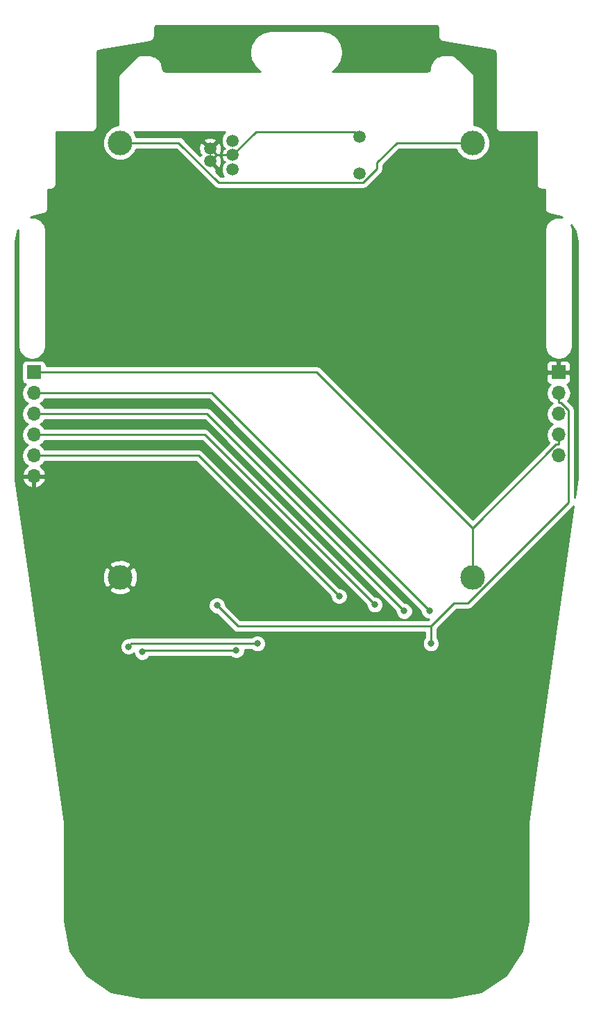
<source format=gbl>
G04 #@! TF.FileFunction,Copper,L2,Bot,Signal*
%FSLAX46Y46*%
G04 Gerber Fmt 4.6, Leading zero omitted, Abs format (unit mm)*
G04 Created by KiCad (PCBNEW 4.0.7-e0-6372~58~ubuntu16.04.1) date Fri Aug  4 00:12:12 2017*
%MOMM*%
%LPD*%
G01*
G04 APERTURE LIST*
%ADD10C,0.100000*%
%ADD11C,1.500000*%
%ADD12O,1.700000X1.700000*%
%ADD13R,1.700000X1.700000*%
%ADD14C,3.000000*%
%ADD15C,0.800000*%
%ADD16C,0.250000*%
%ADD17C,0.254000*%
G04 APERTURE END LIST*
D10*
D11*
X125500000Y-50750000D03*
X125500000Y-52250000D03*
X143750000Y-53750000D03*
X143750000Y-49250000D03*
X128250000Y-49750000D03*
X128250000Y-51500000D03*
X128250000Y-53250000D03*
D12*
X104000000Y-90700000D03*
X104000000Y-88160000D03*
X104000000Y-85620000D03*
X104000000Y-83080000D03*
X104000000Y-80540000D03*
D13*
X104000000Y-78000000D03*
D12*
X168000000Y-88160000D03*
X168000000Y-85620000D03*
X168000000Y-83080000D03*
X168000000Y-80540000D03*
D13*
X168000000Y-78000000D03*
D14*
X157500000Y-50000000D03*
X157500000Y-103000000D03*
X114500000Y-50000000D03*
X114500000Y-103000000D03*
D15*
X140000000Y-151500000D03*
X127500000Y-104500000D03*
X122000000Y-38000000D03*
X150000000Y-38000000D03*
X149168500Y-107136900D03*
X152426900Y-111098700D03*
X126324100Y-106452800D03*
X141222300Y-105314300D03*
X145571700Y-106351100D03*
X152238800Y-107115800D03*
X131237700Y-111098100D03*
X115531500Y-111464800D03*
X128674100Y-111921500D03*
X117205400Y-112133300D03*
D16*
X148254400Y-50000000D02*
X157500000Y-50000000D01*
X145842100Y-52412300D02*
X148254400Y-50000000D01*
X145842100Y-53177600D02*
X145842100Y-52412300D01*
X144177400Y-54842300D02*
X145842100Y-53177600D01*
X126492400Y-54842300D02*
X144177400Y-54842300D01*
X121650100Y-50000000D02*
X126492400Y-54842300D01*
X114500000Y-50000000D02*
X121650100Y-50000000D01*
X168000000Y-85620000D02*
X168000000Y-86791300D01*
X167707200Y-86791300D02*
X157500000Y-96998500D01*
X168000000Y-86791300D02*
X167707200Y-86791300D01*
X157500000Y-96998500D02*
X157500000Y-103000000D01*
X138501500Y-78000000D02*
X157500000Y-96998500D01*
X104000000Y-78000000D02*
X138501500Y-78000000D01*
X104000000Y-92500000D02*
X104000000Y-90700000D01*
X114500000Y-103000000D02*
X104000000Y-92500000D01*
X131084900Y-48665100D02*
X128250000Y-51500000D01*
X143165100Y-48665100D02*
X131084900Y-48665100D01*
X143750000Y-49250000D02*
X143165100Y-48665100D01*
X126250000Y-51500000D02*
X125500000Y-52250000D01*
X128250000Y-51500000D02*
X126250000Y-51500000D01*
X126250000Y-51500000D02*
X125500000Y-50750000D01*
X125111600Y-83080000D02*
X149168500Y-107136900D01*
X104000000Y-83080000D02*
X125111600Y-83080000D01*
X168000000Y-80540000D02*
X168000000Y-81711300D01*
X152426900Y-108991900D02*
X152426900Y-111098700D01*
X155270500Y-106148300D02*
X152426900Y-108991900D01*
X156954000Y-106148300D02*
X155270500Y-106148300D01*
X169189300Y-93913000D02*
X156954000Y-106148300D01*
X169189300Y-82607800D02*
X169189300Y-93913000D01*
X168292800Y-81711300D02*
X169189300Y-82607800D01*
X168000000Y-81711300D02*
X168292800Y-81711300D01*
X128863200Y-108991900D02*
X126324100Y-106452800D01*
X152426900Y-108991900D02*
X128863200Y-108991900D01*
X124068000Y-88160000D02*
X141222300Y-105314300D01*
X104000000Y-88160000D02*
X124068000Y-88160000D01*
X124840600Y-85620000D02*
X145571700Y-106351100D01*
X104000000Y-85620000D02*
X124840600Y-85620000D01*
X125663000Y-80540000D02*
X152238800Y-107115800D01*
X104000000Y-80540000D02*
X125663000Y-80540000D01*
X115898200Y-111098100D02*
X115531500Y-111464800D01*
X131237700Y-111098100D02*
X115898200Y-111098100D01*
X117417200Y-111921500D02*
X128674100Y-111921500D01*
X117205400Y-112133300D02*
X117417200Y-111921500D01*
D17*
G36*
X153105655Y-35744926D02*
X153195225Y-35804774D01*
X153255074Y-35894345D01*
X153290000Y-36069930D01*
X153290000Y-37000000D01*
X153305780Y-37079329D01*
X153308303Y-37160170D01*
X153332547Y-37213895D01*
X153344046Y-37271705D01*
X153388980Y-37338955D01*
X153422249Y-37412679D01*
X153465207Y-37453036D01*
X153497954Y-37502046D01*
X153565208Y-37546983D01*
X153624154Y-37602361D01*
X153679286Y-37623207D01*
X153728295Y-37655954D01*
X153807621Y-37671733D01*
X153883277Y-37700340D01*
X159872352Y-38698519D01*
X160105655Y-38744926D01*
X160195225Y-38804774D01*
X160255074Y-38894345D01*
X160290000Y-39069930D01*
X160290000Y-48000000D01*
X160344046Y-48271705D01*
X160497954Y-48502046D01*
X160728295Y-48655954D01*
X161000000Y-48710000D01*
X165290000Y-48710000D01*
X165290000Y-55000000D01*
X165344046Y-55271705D01*
X165497954Y-55502046D01*
X165728295Y-55655954D01*
X166000000Y-55710000D01*
X166290000Y-55710000D01*
X166290000Y-58000000D01*
X166303643Y-58068586D01*
X166303643Y-58138514D01*
X166330404Y-58203120D01*
X166344046Y-58271705D01*
X166382894Y-58329846D01*
X166409656Y-58394455D01*
X166459104Y-58443903D01*
X166497954Y-58502046D01*
X166556098Y-58540897D01*
X166605545Y-58590343D01*
X166670152Y-58617104D01*
X166728295Y-58655954D01*
X166796877Y-58669596D01*
X166861486Y-58696358D01*
X168253707Y-58973288D01*
X168473768Y-59120328D01*
X168138513Y-59053642D01*
X167861486Y-59053642D01*
X167478804Y-59129762D01*
X167406632Y-59159657D01*
X167222862Y-59235777D01*
X166898438Y-59452549D01*
X166784960Y-59566028D01*
X166702549Y-59648439D01*
X166485776Y-59972862D01*
X166443548Y-60074811D01*
X166379762Y-60228804D01*
X166303642Y-60611487D01*
X166303642Y-60681416D01*
X166290000Y-60750000D01*
X166290000Y-74750000D01*
X166303642Y-74818584D01*
X166303642Y-74888513D01*
X166379762Y-75271196D01*
X166399395Y-75318593D01*
X166485776Y-75527138D01*
X166702549Y-75851561D01*
X166702550Y-75851562D01*
X166898438Y-76047451D01*
X167222862Y-76264223D01*
X167328877Y-76308136D01*
X167478804Y-76370238D01*
X167861486Y-76446358D01*
X168138513Y-76446358D01*
X168521196Y-76370238D01*
X168596160Y-76339187D01*
X168777138Y-76264224D01*
X169101561Y-76047451D01*
X169101562Y-76047450D01*
X169297451Y-75851562D01*
X169514223Y-75527138D01*
X169564419Y-75405954D01*
X169620238Y-75271196D01*
X169696358Y-74888514D01*
X169696358Y-74818584D01*
X169710000Y-74750000D01*
X169710000Y-60750000D01*
X169696358Y-60681416D01*
X169696358Y-60611486D01*
X169620238Y-60228804D01*
X169521238Y-59989798D01*
X170026712Y-60746295D01*
X170290000Y-62069931D01*
X170290000Y-90949543D01*
X169949300Y-93334443D01*
X169949300Y-82607800D01*
X169891448Y-82316961D01*
X169891448Y-82316960D01*
X169726701Y-82070399D01*
X169146121Y-81489819D01*
X169401054Y-81108285D01*
X169514093Y-80540000D01*
X169401054Y-79971715D01*
X169079147Y-79489946D01*
X169035223Y-79460597D01*
X169209698Y-79388327D01*
X169388327Y-79209699D01*
X169485000Y-78976310D01*
X169485000Y-78285750D01*
X169326250Y-78127000D01*
X168127000Y-78127000D01*
X168127000Y-78147000D01*
X167873000Y-78147000D01*
X167873000Y-78127000D01*
X166673750Y-78127000D01*
X166515000Y-78285750D01*
X166515000Y-78976310D01*
X166611673Y-79209699D01*
X166790302Y-79388327D01*
X166964777Y-79460597D01*
X166920853Y-79489946D01*
X166598946Y-79971715D01*
X166485907Y-80540000D01*
X166598946Y-81108285D01*
X166920853Y-81590054D01*
X167250026Y-81810000D01*
X166920853Y-82029946D01*
X166598946Y-82511715D01*
X166485907Y-83080000D01*
X166598946Y-83648285D01*
X166920853Y-84130054D01*
X167250026Y-84350000D01*
X166920853Y-84569946D01*
X166598946Y-85051715D01*
X166485907Y-85620000D01*
X166598946Y-86188285D01*
X166853879Y-86569819D01*
X157500000Y-95923698D01*
X139038901Y-77462599D01*
X138792339Y-77297852D01*
X138501500Y-77240000D01*
X105497440Y-77240000D01*
X105497440Y-77150000D01*
X105472316Y-77023690D01*
X166515000Y-77023690D01*
X166515000Y-77714250D01*
X166673750Y-77873000D01*
X167873000Y-77873000D01*
X167873000Y-76673750D01*
X168127000Y-76673750D01*
X168127000Y-77873000D01*
X169326250Y-77873000D01*
X169485000Y-77714250D01*
X169485000Y-77023690D01*
X169388327Y-76790301D01*
X169209698Y-76611673D01*
X168976309Y-76515000D01*
X168285750Y-76515000D01*
X168127000Y-76673750D01*
X167873000Y-76673750D01*
X167714250Y-76515000D01*
X167023691Y-76515000D01*
X166790302Y-76611673D01*
X166611673Y-76790301D01*
X166515000Y-77023690D01*
X105472316Y-77023690D01*
X105448157Y-76902235D01*
X105307809Y-76692191D01*
X105097765Y-76551843D01*
X104850000Y-76502560D01*
X103150000Y-76502560D01*
X102902235Y-76551843D01*
X102692191Y-76692191D01*
X102551843Y-76902235D01*
X102502560Y-77150000D01*
X102502560Y-78850000D01*
X102551843Y-79097765D01*
X102692191Y-79307809D01*
X102902235Y-79448157D01*
X102964777Y-79460597D01*
X102920853Y-79489946D01*
X102598946Y-79971715D01*
X102485907Y-80540000D01*
X102598946Y-81108285D01*
X102920853Y-81590054D01*
X103250026Y-81810000D01*
X102920853Y-82029946D01*
X102598946Y-82511715D01*
X102485907Y-83080000D01*
X102598946Y-83648285D01*
X102920853Y-84130054D01*
X103250026Y-84350000D01*
X102920853Y-84569946D01*
X102598946Y-85051715D01*
X102485907Y-85620000D01*
X102598946Y-86188285D01*
X102920853Y-86670054D01*
X103250026Y-86890000D01*
X102920853Y-87109946D01*
X102598946Y-87591715D01*
X102485907Y-88160000D01*
X102598946Y-88728285D01*
X102920853Y-89210054D01*
X103261553Y-89437702D01*
X103118642Y-89504817D01*
X102728355Y-89933076D01*
X102558524Y-90343110D01*
X102679845Y-90573000D01*
X103873000Y-90573000D01*
X103873000Y-90553000D01*
X104127000Y-90553000D01*
X104127000Y-90573000D01*
X105320155Y-90573000D01*
X105441476Y-90343110D01*
X105271645Y-89933076D01*
X104881358Y-89504817D01*
X104738447Y-89437702D01*
X105079147Y-89210054D01*
X105272954Y-88920000D01*
X123753198Y-88920000D01*
X140187265Y-105354067D01*
X140187121Y-105519271D01*
X140344358Y-105899815D01*
X140635254Y-106191219D01*
X141015523Y-106349120D01*
X141427271Y-106349479D01*
X141807815Y-106192242D01*
X142099219Y-105901346D01*
X142257120Y-105521077D01*
X142257479Y-105109329D01*
X142100242Y-104728785D01*
X141809346Y-104437381D01*
X141429077Y-104279480D01*
X141262136Y-104279334D01*
X124605401Y-87622599D01*
X124358839Y-87457852D01*
X124068000Y-87400000D01*
X105272954Y-87400000D01*
X105079147Y-87109946D01*
X104749974Y-86890000D01*
X105079147Y-86670054D01*
X105272954Y-86380000D01*
X124525798Y-86380000D01*
X144536665Y-106390867D01*
X144536521Y-106556071D01*
X144693758Y-106936615D01*
X144984654Y-107228019D01*
X145364923Y-107385920D01*
X145776671Y-107386279D01*
X146157215Y-107229042D01*
X146448619Y-106938146D01*
X146606520Y-106557877D01*
X146606879Y-106146129D01*
X146449642Y-105765585D01*
X146158746Y-105474181D01*
X145778477Y-105316280D01*
X145611536Y-105316134D01*
X125378001Y-85082599D01*
X125131439Y-84917852D01*
X124840600Y-84860000D01*
X105272954Y-84860000D01*
X105079147Y-84569946D01*
X104749974Y-84350000D01*
X105079147Y-84130054D01*
X105272954Y-83840000D01*
X124796798Y-83840000D01*
X148133465Y-107176667D01*
X148133321Y-107341871D01*
X148290558Y-107722415D01*
X148581454Y-108013819D01*
X148961723Y-108171720D01*
X149373471Y-108172079D01*
X149754015Y-108014842D01*
X150045419Y-107723946D01*
X150203320Y-107343677D01*
X150203679Y-106931929D01*
X150046442Y-106551385D01*
X149755546Y-106259981D01*
X149375277Y-106102080D01*
X149208336Y-106101934D01*
X125649001Y-82542599D01*
X125402439Y-82377852D01*
X125111600Y-82320000D01*
X105272954Y-82320000D01*
X105079147Y-82029946D01*
X104749974Y-81810000D01*
X105079147Y-81590054D01*
X105272954Y-81300000D01*
X125348198Y-81300000D01*
X151203765Y-107155567D01*
X151203621Y-107320771D01*
X151360858Y-107701315D01*
X151651754Y-107992719D01*
X152032023Y-108150620D01*
X152193237Y-108150761D01*
X152112098Y-108231900D01*
X129178002Y-108231900D01*
X127359135Y-106413033D01*
X127359279Y-106247829D01*
X127202042Y-105867285D01*
X126911146Y-105575881D01*
X126530877Y-105417980D01*
X126119129Y-105417621D01*
X125738585Y-105574858D01*
X125447181Y-105865754D01*
X125289280Y-106246023D01*
X125288921Y-106657771D01*
X125446158Y-107038315D01*
X125737054Y-107329719D01*
X126117323Y-107487620D01*
X126284264Y-107487766D01*
X128325799Y-109529301D01*
X128572361Y-109694048D01*
X128863200Y-109751900D01*
X151666900Y-109751900D01*
X151666900Y-110394939D01*
X151549981Y-110511654D01*
X151392080Y-110891923D01*
X151391721Y-111303671D01*
X151548958Y-111684215D01*
X151839854Y-111975619D01*
X152220123Y-112133520D01*
X152631871Y-112133879D01*
X153012415Y-111976642D01*
X153303819Y-111685746D01*
X153461720Y-111305477D01*
X153462079Y-110893729D01*
X153304842Y-110513185D01*
X153186900Y-110395037D01*
X153186900Y-109306702D01*
X155585302Y-106908300D01*
X156954000Y-106908300D01*
X157244839Y-106850448D01*
X157491401Y-106685701D01*
X169726701Y-94450401D01*
X169807058Y-94330139D01*
X164297136Y-132899591D01*
X164299897Y-132950245D01*
X164290000Y-133000000D01*
X164290000Y-144930069D01*
X163569989Y-148549807D01*
X161559187Y-151559186D01*
X158549805Y-153569990D01*
X154930069Y-154290000D01*
X117069931Y-154290000D01*
X113450193Y-153569989D01*
X110440814Y-151559187D01*
X108430010Y-148549805D01*
X107710000Y-144930069D01*
X107710000Y-133000000D01*
X107700103Y-132950245D01*
X107702864Y-132899591D01*
X104670034Y-111669771D01*
X114496321Y-111669771D01*
X114653558Y-112050315D01*
X114944454Y-112341719D01*
X115324723Y-112499620D01*
X115736471Y-112499979D01*
X116117015Y-112342742D01*
X116170263Y-112289586D01*
X116170221Y-112338271D01*
X116327458Y-112718815D01*
X116618354Y-113010219D01*
X116998623Y-113168120D01*
X117410371Y-113168479D01*
X117790915Y-113011242D01*
X118082319Y-112720346D01*
X118098449Y-112681500D01*
X127970339Y-112681500D01*
X128087054Y-112798419D01*
X128467323Y-112956320D01*
X128879071Y-112956679D01*
X129259615Y-112799442D01*
X129551019Y-112508546D01*
X129708920Y-112128277D01*
X129709156Y-111858100D01*
X130533939Y-111858100D01*
X130650654Y-111975019D01*
X131030923Y-112132920D01*
X131442671Y-112133279D01*
X131823215Y-111976042D01*
X132114619Y-111685146D01*
X132272520Y-111304877D01*
X132272879Y-110893129D01*
X132115642Y-110512585D01*
X131824746Y-110221181D01*
X131444477Y-110063280D01*
X131032729Y-110062921D01*
X130652185Y-110220158D01*
X130534037Y-110338100D01*
X115898200Y-110338100D01*
X115607361Y-110395952D01*
X115556671Y-110429822D01*
X115326529Y-110429621D01*
X114945985Y-110586858D01*
X114654581Y-110877754D01*
X114496680Y-111258023D01*
X114496321Y-111669771D01*
X104670034Y-111669771D01*
X103647776Y-104513970D01*
X113165635Y-104513970D01*
X113325418Y-104832739D01*
X114116187Y-105142723D01*
X114965387Y-105126497D01*
X115674582Y-104832739D01*
X115834365Y-104513970D01*
X114500000Y-103179605D01*
X113165635Y-104513970D01*
X103647776Y-104513970D01*
X103376664Y-102616187D01*
X112357277Y-102616187D01*
X112373503Y-103465387D01*
X112667261Y-104174582D01*
X112986030Y-104334365D01*
X114320395Y-103000000D01*
X114679605Y-103000000D01*
X116013970Y-104334365D01*
X116332739Y-104174582D01*
X116642723Y-103383813D01*
X116626497Y-102534613D01*
X116332739Y-101825418D01*
X116013970Y-101665635D01*
X114679605Y-103000000D01*
X114320395Y-103000000D01*
X112986030Y-101665635D01*
X112667261Y-101825418D01*
X112357277Y-102616187D01*
X103376664Y-102616187D01*
X103215214Y-101486030D01*
X113165635Y-101486030D01*
X114500000Y-102820395D01*
X115834365Y-101486030D01*
X115674582Y-101167261D01*
X114883813Y-100857277D01*
X114034613Y-100873503D01*
X113325418Y-101167261D01*
X113165635Y-101486030D01*
X103215214Y-101486030D01*
X101725336Y-91056890D01*
X102558524Y-91056890D01*
X102728355Y-91466924D01*
X103118642Y-91895183D01*
X103643108Y-92141486D01*
X103873000Y-92020819D01*
X103873000Y-90827000D01*
X104127000Y-90827000D01*
X104127000Y-92020819D01*
X104356892Y-92141486D01*
X104881358Y-91895183D01*
X105271645Y-91466924D01*
X105441476Y-91056890D01*
X105320155Y-90827000D01*
X104127000Y-90827000D01*
X103873000Y-90827000D01*
X102679845Y-90827000D01*
X102558524Y-91056890D01*
X101725336Y-91056890D01*
X101710000Y-90949543D01*
X101710000Y-62069931D01*
X101973288Y-60746293D01*
X102053642Y-60626035D01*
X102053642Y-60681416D01*
X102040000Y-60750000D01*
X102040000Y-74750000D01*
X102053642Y-74818584D01*
X102053642Y-74888513D01*
X102129762Y-75271196D01*
X102149395Y-75318593D01*
X102235776Y-75527138D01*
X102452549Y-75851561D01*
X102452550Y-75851562D01*
X102648438Y-76047451D01*
X102972862Y-76264223D01*
X103078877Y-76308136D01*
X103228804Y-76370238D01*
X103611486Y-76446358D01*
X103888513Y-76446358D01*
X104271196Y-76370238D01*
X104346160Y-76339187D01*
X104527138Y-76264224D01*
X104851561Y-76047451D01*
X104851562Y-76047450D01*
X105047451Y-75851562D01*
X105264223Y-75527138D01*
X105314419Y-75405954D01*
X105370238Y-75271196D01*
X105446358Y-74888514D01*
X105446358Y-74818584D01*
X105460000Y-74750000D01*
X105460000Y-60750000D01*
X105446358Y-60681416D01*
X105446358Y-60611486D01*
X105370238Y-60228804D01*
X105264223Y-59972863D01*
X105264223Y-59972862D01*
X105047451Y-59648438D01*
X104851562Y-59452550D01*
X104851561Y-59452549D01*
X104527138Y-59235776D01*
X104343368Y-59159657D01*
X104271196Y-59129762D01*
X103888513Y-59053642D01*
X103626036Y-59053642D01*
X103746295Y-58973288D01*
X105138514Y-58696358D01*
X105203123Y-58669596D01*
X105271705Y-58655954D01*
X105329848Y-58617104D01*
X105394455Y-58590343D01*
X105443902Y-58540897D01*
X105502046Y-58502046D01*
X105540896Y-58443903D01*
X105590344Y-58394455D01*
X105617106Y-58329846D01*
X105655954Y-58271705D01*
X105669596Y-58203120D01*
X105696357Y-58138514D01*
X105696357Y-58068586D01*
X105710000Y-58000000D01*
X105710000Y-55710000D01*
X106000000Y-55710000D01*
X106271705Y-55655954D01*
X106502046Y-55502046D01*
X106655954Y-55271705D01*
X106710000Y-55000000D01*
X106710000Y-50422815D01*
X112364630Y-50422815D01*
X112688980Y-51207800D01*
X113289041Y-51808909D01*
X114073459Y-52134628D01*
X114922815Y-52135370D01*
X115707800Y-51811020D01*
X116308909Y-51210959D01*
X116496164Y-50760000D01*
X121335298Y-50760000D01*
X125954999Y-55379701D01*
X126201560Y-55544448D01*
X126492400Y-55602300D01*
X144177400Y-55602300D01*
X144468239Y-55544448D01*
X144714801Y-55379701D01*
X146379501Y-53715001D01*
X146544248Y-53468440D01*
X146602100Y-53177600D01*
X146602100Y-52727102D01*
X148569202Y-50760000D01*
X155503952Y-50760000D01*
X155688980Y-51207800D01*
X156289041Y-51808909D01*
X157073459Y-52134628D01*
X157922815Y-52135370D01*
X158707800Y-51811020D01*
X159308909Y-51210959D01*
X159634628Y-50426541D01*
X159635370Y-49577185D01*
X159311020Y-48792200D01*
X158710959Y-48191091D01*
X157926541Y-47865372D01*
X157710000Y-47865183D01*
X157710000Y-42000000D01*
X157655954Y-41728295D01*
X157502046Y-41497954D01*
X155502046Y-39497954D01*
X155271705Y-39344046D01*
X155000000Y-39290000D01*
X154000000Y-39290000D01*
X153931416Y-39303642D01*
X153861486Y-39303642D01*
X153478804Y-39379762D01*
X153406632Y-39409657D01*
X153222862Y-39485777D01*
X152898438Y-39702549D01*
X152777118Y-39823870D01*
X152702549Y-39898439D01*
X152485776Y-40222862D01*
X152430749Y-40355711D01*
X152379762Y-40478804D01*
X152303642Y-40861486D01*
X152303642Y-40861487D01*
X152255074Y-41105655D01*
X152195225Y-41195226D01*
X152105655Y-41255074D01*
X151930070Y-41290000D01*
X140381473Y-41290000D01*
X140808668Y-41004558D01*
X141004558Y-40808668D01*
X141438103Y-40159822D01*
X141504303Y-40000000D01*
X141544117Y-39903881D01*
X141696357Y-39138515D01*
X141696357Y-38861485D01*
X141544117Y-38096119D01*
X141491110Y-37968149D01*
X141438103Y-37840178D01*
X141004558Y-37191332D01*
X140808668Y-36995442D01*
X140159821Y-36561897D01*
X140005448Y-36497954D01*
X139903881Y-36455883D01*
X139138514Y-36303642D01*
X139068584Y-36303642D01*
X139000000Y-36290000D01*
X133000000Y-36290000D01*
X132931413Y-36303643D01*
X132861485Y-36303643D01*
X132096119Y-36455883D01*
X131968149Y-36508890D01*
X131840178Y-36561897D01*
X131191332Y-36995442D01*
X130995442Y-37191332D01*
X130561897Y-37840179D01*
X130528437Y-37920959D01*
X130455883Y-38096119D01*
X130303642Y-38861486D01*
X130303643Y-39000000D01*
X130303642Y-39138514D01*
X130455883Y-39903881D01*
X130469853Y-39937606D01*
X130561897Y-40159821D01*
X130995442Y-40808668D01*
X131191332Y-41004558D01*
X131618526Y-41290000D01*
X120069930Y-41290000D01*
X119894345Y-41255074D01*
X119804774Y-41195225D01*
X119744926Y-41105655D01*
X119696358Y-40861487D01*
X119696358Y-40861486D01*
X119620238Y-40478804D01*
X119558136Y-40328877D01*
X119514223Y-40222862D01*
X119297451Y-39898438D01*
X119101562Y-39702550D01*
X119101561Y-39702549D01*
X118777138Y-39485776D01*
X118593368Y-39409657D01*
X118521196Y-39379762D01*
X118138513Y-39303642D01*
X118068584Y-39303642D01*
X118000000Y-39290000D01*
X117000000Y-39290000D01*
X116728295Y-39344046D01*
X116497954Y-39497954D01*
X114497954Y-41497954D01*
X114344046Y-41728295D01*
X114290000Y-42000000D01*
X114290000Y-47864816D01*
X114077185Y-47864630D01*
X113292200Y-48188980D01*
X112691091Y-48789041D01*
X112365372Y-49573459D01*
X112364630Y-50422815D01*
X106710000Y-50422815D01*
X106710000Y-48710000D01*
X111000000Y-48710000D01*
X111271705Y-48655954D01*
X111502046Y-48502046D01*
X111655954Y-48271705D01*
X111710000Y-48000000D01*
X111710000Y-39069930D01*
X111744926Y-38894345D01*
X111804774Y-38804775D01*
X111894345Y-38744926D01*
X112127648Y-38698519D01*
X118116724Y-37700340D01*
X118192381Y-37671733D01*
X118271705Y-37655954D01*
X118320713Y-37623208D01*
X118375847Y-37602361D01*
X118434795Y-37546982D01*
X118502046Y-37502046D01*
X118534793Y-37453037D01*
X118577751Y-37412679D01*
X118611020Y-37338953D01*
X118655954Y-37271705D01*
X118667453Y-37213898D01*
X118691698Y-37160170D01*
X118694221Y-37079324D01*
X118710000Y-37000000D01*
X118710000Y-36069930D01*
X118744926Y-35894345D01*
X118804774Y-35804775D01*
X118894345Y-35744926D01*
X119069930Y-35710000D01*
X152930070Y-35710000D01*
X153105655Y-35744926D01*
X153105655Y-35744926D01*
G37*
X153105655Y-35744926D02*
X153195225Y-35804774D01*
X153255074Y-35894345D01*
X153290000Y-36069930D01*
X153290000Y-37000000D01*
X153305780Y-37079329D01*
X153308303Y-37160170D01*
X153332547Y-37213895D01*
X153344046Y-37271705D01*
X153388980Y-37338955D01*
X153422249Y-37412679D01*
X153465207Y-37453036D01*
X153497954Y-37502046D01*
X153565208Y-37546983D01*
X153624154Y-37602361D01*
X153679286Y-37623207D01*
X153728295Y-37655954D01*
X153807621Y-37671733D01*
X153883277Y-37700340D01*
X159872352Y-38698519D01*
X160105655Y-38744926D01*
X160195225Y-38804774D01*
X160255074Y-38894345D01*
X160290000Y-39069930D01*
X160290000Y-48000000D01*
X160344046Y-48271705D01*
X160497954Y-48502046D01*
X160728295Y-48655954D01*
X161000000Y-48710000D01*
X165290000Y-48710000D01*
X165290000Y-55000000D01*
X165344046Y-55271705D01*
X165497954Y-55502046D01*
X165728295Y-55655954D01*
X166000000Y-55710000D01*
X166290000Y-55710000D01*
X166290000Y-58000000D01*
X166303643Y-58068586D01*
X166303643Y-58138514D01*
X166330404Y-58203120D01*
X166344046Y-58271705D01*
X166382894Y-58329846D01*
X166409656Y-58394455D01*
X166459104Y-58443903D01*
X166497954Y-58502046D01*
X166556098Y-58540897D01*
X166605545Y-58590343D01*
X166670152Y-58617104D01*
X166728295Y-58655954D01*
X166796877Y-58669596D01*
X166861486Y-58696358D01*
X168253707Y-58973288D01*
X168473768Y-59120328D01*
X168138513Y-59053642D01*
X167861486Y-59053642D01*
X167478804Y-59129762D01*
X167406632Y-59159657D01*
X167222862Y-59235777D01*
X166898438Y-59452549D01*
X166784960Y-59566028D01*
X166702549Y-59648439D01*
X166485776Y-59972862D01*
X166443548Y-60074811D01*
X166379762Y-60228804D01*
X166303642Y-60611487D01*
X166303642Y-60681416D01*
X166290000Y-60750000D01*
X166290000Y-74750000D01*
X166303642Y-74818584D01*
X166303642Y-74888513D01*
X166379762Y-75271196D01*
X166399395Y-75318593D01*
X166485776Y-75527138D01*
X166702549Y-75851561D01*
X166702550Y-75851562D01*
X166898438Y-76047451D01*
X167222862Y-76264223D01*
X167328877Y-76308136D01*
X167478804Y-76370238D01*
X167861486Y-76446358D01*
X168138513Y-76446358D01*
X168521196Y-76370238D01*
X168596160Y-76339187D01*
X168777138Y-76264224D01*
X169101561Y-76047451D01*
X169101562Y-76047450D01*
X169297451Y-75851562D01*
X169514223Y-75527138D01*
X169564419Y-75405954D01*
X169620238Y-75271196D01*
X169696358Y-74888514D01*
X169696358Y-74818584D01*
X169710000Y-74750000D01*
X169710000Y-60750000D01*
X169696358Y-60681416D01*
X169696358Y-60611486D01*
X169620238Y-60228804D01*
X169521238Y-59989798D01*
X170026712Y-60746295D01*
X170290000Y-62069931D01*
X170290000Y-90949543D01*
X169949300Y-93334443D01*
X169949300Y-82607800D01*
X169891448Y-82316961D01*
X169891448Y-82316960D01*
X169726701Y-82070399D01*
X169146121Y-81489819D01*
X169401054Y-81108285D01*
X169514093Y-80540000D01*
X169401054Y-79971715D01*
X169079147Y-79489946D01*
X169035223Y-79460597D01*
X169209698Y-79388327D01*
X169388327Y-79209699D01*
X169485000Y-78976310D01*
X169485000Y-78285750D01*
X169326250Y-78127000D01*
X168127000Y-78127000D01*
X168127000Y-78147000D01*
X167873000Y-78147000D01*
X167873000Y-78127000D01*
X166673750Y-78127000D01*
X166515000Y-78285750D01*
X166515000Y-78976310D01*
X166611673Y-79209699D01*
X166790302Y-79388327D01*
X166964777Y-79460597D01*
X166920853Y-79489946D01*
X166598946Y-79971715D01*
X166485907Y-80540000D01*
X166598946Y-81108285D01*
X166920853Y-81590054D01*
X167250026Y-81810000D01*
X166920853Y-82029946D01*
X166598946Y-82511715D01*
X166485907Y-83080000D01*
X166598946Y-83648285D01*
X166920853Y-84130054D01*
X167250026Y-84350000D01*
X166920853Y-84569946D01*
X166598946Y-85051715D01*
X166485907Y-85620000D01*
X166598946Y-86188285D01*
X166853879Y-86569819D01*
X157500000Y-95923698D01*
X139038901Y-77462599D01*
X138792339Y-77297852D01*
X138501500Y-77240000D01*
X105497440Y-77240000D01*
X105497440Y-77150000D01*
X105472316Y-77023690D01*
X166515000Y-77023690D01*
X166515000Y-77714250D01*
X166673750Y-77873000D01*
X167873000Y-77873000D01*
X167873000Y-76673750D01*
X168127000Y-76673750D01*
X168127000Y-77873000D01*
X169326250Y-77873000D01*
X169485000Y-77714250D01*
X169485000Y-77023690D01*
X169388327Y-76790301D01*
X169209698Y-76611673D01*
X168976309Y-76515000D01*
X168285750Y-76515000D01*
X168127000Y-76673750D01*
X167873000Y-76673750D01*
X167714250Y-76515000D01*
X167023691Y-76515000D01*
X166790302Y-76611673D01*
X166611673Y-76790301D01*
X166515000Y-77023690D01*
X105472316Y-77023690D01*
X105448157Y-76902235D01*
X105307809Y-76692191D01*
X105097765Y-76551843D01*
X104850000Y-76502560D01*
X103150000Y-76502560D01*
X102902235Y-76551843D01*
X102692191Y-76692191D01*
X102551843Y-76902235D01*
X102502560Y-77150000D01*
X102502560Y-78850000D01*
X102551843Y-79097765D01*
X102692191Y-79307809D01*
X102902235Y-79448157D01*
X102964777Y-79460597D01*
X102920853Y-79489946D01*
X102598946Y-79971715D01*
X102485907Y-80540000D01*
X102598946Y-81108285D01*
X102920853Y-81590054D01*
X103250026Y-81810000D01*
X102920853Y-82029946D01*
X102598946Y-82511715D01*
X102485907Y-83080000D01*
X102598946Y-83648285D01*
X102920853Y-84130054D01*
X103250026Y-84350000D01*
X102920853Y-84569946D01*
X102598946Y-85051715D01*
X102485907Y-85620000D01*
X102598946Y-86188285D01*
X102920853Y-86670054D01*
X103250026Y-86890000D01*
X102920853Y-87109946D01*
X102598946Y-87591715D01*
X102485907Y-88160000D01*
X102598946Y-88728285D01*
X102920853Y-89210054D01*
X103261553Y-89437702D01*
X103118642Y-89504817D01*
X102728355Y-89933076D01*
X102558524Y-90343110D01*
X102679845Y-90573000D01*
X103873000Y-90573000D01*
X103873000Y-90553000D01*
X104127000Y-90553000D01*
X104127000Y-90573000D01*
X105320155Y-90573000D01*
X105441476Y-90343110D01*
X105271645Y-89933076D01*
X104881358Y-89504817D01*
X104738447Y-89437702D01*
X105079147Y-89210054D01*
X105272954Y-88920000D01*
X123753198Y-88920000D01*
X140187265Y-105354067D01*
X140187121Y-105519271D01*
X140344358Y-105899815D01*
X140635254Y-106191219D01*
X141015523Y-106349120D01*
X141427271Y-106349479D01*
X141807815Y-106192242D01*
X142099219Y-105901346D01*
X142257120Y-105521077D01*
X142257479Y-105109329D01*
X142100242Y-104728785D01*
X141809346Y-104437381D01*
X141429077Y-104279480D01*
X141262136Y-104279334D01*
X124605401Y-87622599D01*
X124358839Y-87457852D01*
X124068000Y-87400000D01*
X105272954Y-87400000D01*
X105079147Y-87109946D01*
X104749974Y-86890000D01*
X105079147Y-86670054D01*
X105272954Y-86380000D01*
X124525798Y-86380000D01*
X144536665Y-106390867D01*
X144536521Y-106556071D01*
X144693758Y-106936615D01*
X144984654Y-107228019D01*
X145364923Y-107385920D01*
X145776671Y-107386279D01*
X146157215Y-107229042D01*
X146448619Y-106938146D01*
X146606520Y-106557877D01*
X146606879Y-106146129D01*
X146449642Y-105765585D01*
X146158746Y-105474181D01*
X145778477Y-105316280D01*
X145611536Y-105316134D01*
X125378001Y-85082599D01*
X125131439Y-84917852D01*
X124840600Y-84860000D01*
X105272954Y-84860000D01*
X105079147Y-84569946D01*
X104749974Y-84350000D01*
X105079147Y-84130054D01*
X105272954Y-83840000D01*
X124796798Y-83840000D01*
X148133465Y-107176667D01*
X148133321Y-107341871D01*
X148290558Y-107722415D01*
X148581454Y-108013819D01*
X148961723Y-108171720D01*
X149373471Y-108172079D01*
X149754015Y-108014842D01*
X150045419Y-107723946D01*
X150203320Y-107343677D01*
X150203679Y-106931929D01*
X150046442Y-106551385D01*
X149755546Y-106259981D01*
X149375277Y-106102080D01*
X149208336Y-106101934D01*
X125649001Y-82542599D01*
X125402439Y-82377852D01*
X125111600Y-82320000D01*
X105272954Y-82320000D01*
X105079147Y-82029946D01*
X104749974Y-81810000D01*
X105079147Y-81590054D01*
X105272954Y-81300000D01*
X125348198Y-81300000D01*
X151203765Y-107155567D01*
X151203621Y-107320771D01*
X151360858Y-107701315D01*
X151651754Y-107992719D01*
X152032023Y-108150620D01*
X152193237Y-108150761D01*
X152112098Y-108231900D01*
X129178002Y-108231900D01*
X127359135Y-106413033D01*
X127359279Y-106247829D01*
X127202042Y-105867285D01*
X126911146Y-105575881D01*
X126530877Y-105417980D01*
X126119129Y-105417621D01*
X125738585Y-105574858D01*
X125447181Y-105865754D01*
X125289280Y-106246023D01*
X125288921Y-106657771D01*
X125446158Y-107038315D01*
X125737054Y-107329719D01*
X126117323Y-107487620D01*
X126284264Y-107487766D01*
X128325799Y-109529301D01*
X128572361Y-109694048D01*
X128863200Y-109751900D01*
X151666900Y-109751900D01*
X151666900Y-110394939D01*
X151549981Y-110511654D01*
X151392080Y-110891923D01*
X151391721Y-111303671D01*
X151548958Y-111684215D01*
X151839854Y-111975619D01*
X152220123Y-112133520D01*
X152631871Y-112133879D01*
X153012415Y-111976642D01*
X153303819Y-111685746D01*
X153461720Y-111305477D01*
X153462079Y-110893729D01*
X153304842Y-110513185D01*
X153186900Y-110395037D01*
X153186900Y-109306702D01*
X155585302Y-106908300D01*
X156954000Y-106908300D01*
X157244839Y-106850448D01*
X157491401Y-106685701D01*
X169726701Y-94450401D01*
X169807058Y-94330139D01*
X164297136Y-132899591D01*
X164299897Y-132950245D01*
X164290000Y-133000000D01*
X164290000Y-144930069D01*
X163569989Y-148549807D01*
X161559187Y-151559186D01*
X158549805Y-153569990D01*
X154930069Y-154290000D01*
X117069931Y-154290000D01*
X113450193Y-153569989D01*
X110440814Y-151559187D01*
X108430010Y-148549805D01*
X107710000Y-144930069D01*
X107710000Y-133000000D01*
X107700103Y-132950245D01*
X107702864Y-132899591D01*
X104670034Y-111669771D01*
X114496321Y-111669771D01*
X114653558Y-112050315D01*
X114944454Y-112341719D01*
X115324723Y-112499620D01*
X115736471Y-112499979D01*
X116117015Y-112342742D01*
X116170263Y-112289586D01*
X116170221Y-112338271D01*
X116327458Y-112718815D01*
X116618354Y-113010219D01*
X116998623Y-113168120D01*
X117410371Y-113168479D01*
X117790915Y-113011242D01*
X118082319Y-112720346D01*
X118098449Y-112681500D01*
X127970339Y-112681500D01*
X128087054Y-112798419D01*
X128467323Y-112956320D01*
X128879071Y-112956679D01*
X129259615Y-112799442D01*
X129551019Y-112508546D01*
X129708920Y-112128277D01*
X129709156Y-111858100D01*
X130533939Y-111858100D01*
X130650654Y-111975019D01*
X131030923Y-112132920D01*
X131442671Y-112133279D01*
X131823215Y-111976042D01*
X132114619Y-111685146D01*
X132272520Y-111304877D01*
X132272879Y-110893129D01*
X132115642Y-110512585D01*
X131824746Y-110221181D01*
X131444477Y-110063280D01*
X131032729Y-110062921D01*
X130652185Y-110220158D01*
X130534037Y-110338100D01*
X115898200Y-110338100D01*
X115607361Y-110395952D01*
X115556671Y-110429822D01*
X115326529Y-110429621D01*
X114945985Y-110586858D01*
X114654581Y-110877754D01*
X114496680Y-111258023D01*
X114496321Y-111669771D01*
X104670034Y-111669771D01*
X103647776Y-104513970D01*
X113165635Y-104513970D01*
X113325418Y-104832739D01*
X114116187Y-105142723D01*
X114965387Y-105126497D01*
X115674582Y-104832739D01*
X115834365Y-104513970D01*
X114500000Y-103179605D01*
X113165635Y-104513970D01*
X103647776Y-104513970D01*
X103376664Y-102616187D01*
X112357277Y-102616187D01*
X112373503Y-103465387D01*
X112667261Y-104174582D01*
X112986030Y-104334365D01*
X114320395Y-103000000D01*
X114679605Y-103000000D01*
X116013970Y-104334365D01*
X116332739Y-104174582D01*
X116642723Y-103383813D01*
X116626497Y-102534613D01*
X116332739Y-101825418D01*
X116013970Y-101665635D01*
X114679605Y-103000000D01*
X114320395Y-103000000D01*
X112986030Y-101665635D01*
X112667261Y-101825418D01*
X112357277Y-102616187D01*
X103376664Y-102616187D01*
X103215214Y-101486030D01*
X113165635Y-101486030D01*
X114500000Y-102820395D01*
X115834365Y-101486030D01*
X115674582Y-101167261D01*
X114883813Y-100857277D01*
X114034613Y-100873503D01*
X113325418Y-101167261D01*
X113165635Y-101486030D01*
X103215214Y-101486030D01*
X101725336Y-91056890D01*
X102558524Y-91056890D01*
X102728355Y-91466924D01*
X103118642Y-91895183D01*
X103643108Y-92141486D01*
X103873000Y-92020819D01*
X103873000Y-90827000D01*
X104127000Y-90827000D01*
X104127000Y-92020819D01*
X104356892Y-92141486D01*
X104881358Y-91895183D01*
X105271645Y-91466924D01*
X105441476Y-91056890D01*
X105320155Y-90827000D01*
X104127000Y-90827000D01*
X103873000Y-90827000D01*
X102679845Y-90827000D01*
X102558524Y-91056890D01*
X101725336Y-91056890D01*
X101710000Y-90949543D01*
X101710000Y-62069931D01*
X101973288Y-60746293D01*
X102053642Y-60626035D01*
X102053642Y-60681416D01*
X102040000Y-60750000D01*
X102040000Y-74750000D01*
X102053642Y-74818584D01*
X102053642Y-74888513D01*
X102129762Y-75271196D01*
X102149395Y-75318593D01*
X102235776Y-75527138D01*
X102452549Y-75851561D01*
X102452550Y-75851562D01*
X102648438Y-76047451D01*
X102972862Y-76264223D01*
X103078877Y-76308136D01*
X103228804Y-76370238D01*
X103611486Y-76446358D01*
X103888513Y-76446358D01*
X104271196Y-76370238D01*
X104346160Y-76339187D01*
X104527138Y-76264224D01*
X104851561Y-76047451D01*
X104851562Y-76047450D01*
X105047451Y-75851562D01*
X105264223Y-75527138D01*
X105314419Y-75405954D01*
X105370238Y-75271196D01*
X105446358Y-74888514D01*
X105446358Y-74818584D01*
X105460000Y-74750000D01*
X105460000Y-60750000D01*
X105446358Y-60681416D01*
X105446358Y-60611486D01*
X105370238Y-60228804D01*
X105264223Y-59972863D01*
X105264223Y-59972862D01*
X105047451Y-59648438D01*
X104851562Y-59452550D01*
X104851561Y-59452549D01*
X104527138Y-59235776D01*
X104343368Y-59159657D01*
X104271196Y-59129762D01*
X103888513Y-59053642D01*
X103626036Y-59053642D01*
X103746295Y-58973288D01*
X105138514Y-58696358D01*
X105203123Y-58669596D01*
X105271705Y-58655954D01*
X105329848Y-58617104D01*
X105394455Y-58590343D01*
X105443902Y-58540897D01*
X105502046Y-58502046D01*
X105540896Y-58443903D01*
X105590344Y-58394455D01*
X105617106Y-58329846D01*
X105655954Y-58271705D01*
X105669596Y-58203120D01*
X105696357Y-58138514D01*
X105696357Y-58068586D01*
X105710000Y-58000000D01*
X105710000Y-55710000D01*
X106000000Y-55710000D01*
X106271705Y-55655954D01*
X106502046Y-55502046D01*
X106655954Y-55271705D01*
X106710000Y-55000000D01*
X106710000Y-50422815D01*
X112364630Y-50422815D01*
X112688980Y-51207800D01*
X113289041Y-51808909D01*
X114073459Y-52134628D01*
X114922815Y-52135370D01*
X115707800Y-51811020D01*
X116308909Y-51210959D01*
X116496164Y-50760000D01*
X121335298Y-50760000D01*
X125954999Y-55379701D01*
X126201560Y-55544448D01*
X126492400Y-55602300D01*
X144177400Y-55602300D01*
X144468239Y-55544448D01*
X144714801Y-55379701D01*
X146379501Y-53715001D01*
X146544248Y-53468440D01*
X146602100Y-53177600D01*
X146602100Y-52727102D01*
X148569202Y-50760000D01*
X155503952Y-50760000D01*
X155688980Y-51207800D01*
X156289041Y-51808909D01*
X157073459Y-52134628D01*
X157922815Y-52135370D01*
X158707800Y-51811020D01*
X159308909Y-51210959D01*
X159634628Y-50426541D01*
X159635370Y-49577185D01*
X159311020Y-48792200D01*
X158710959Y-48191091D01*
X157926541Y-47865372D01*
X157710000Y-47865183D01*
X157710000Y-42000000D01*
X157655954Y-41728295D01*
X157502046Y-41497954D01*
X155502046Y-39497954D01*
X155271705Y-39344046D01*
X155000000Y-39290000D01*
X154000000Y-39290000D01*
X153931416Y-39303642D01*
X153861486Y-39303642D01*
X153478804Y-39379762D01*
X153406632Y-39409657D01*
X153222862Y-39485777D01*
X152898438Y-39702549D01*
X152777118Y-39823870D01*
X152702549Y-39898439D01*
X152485776Y-40222862D01*
X152430749Y-40355711D01*
X152379762Y-40478804D01*
X152303642Y-40861486D01*
X152303642Y-40861487D01*
X152255074Y-41105655D01*
X152195225Y-41195226D01*
X152105655Y-41255074D01*
X151930070Y-41290000D01*
X140381473Y-41290000D01*
X140808668Y-41004558D01*
X141004558Y-40808668D01*
X141438103Y-40159822D01*
X141504303Y-40000000D01*
X141544117Y-39903881D01*
X141696357Y-39138515D01*
X141696357Y-38861485D01*
X141544117Y-38096119D01*
X141491110Y-37968149D01*
X141438103Y-37840178D01*
X141004558Y-37191332D01*
X140808668Y-36995442D01*
X140159821Y-36561897D01*
X140005448Y-36497954D01*
X139903881Y-36455883D01*
X139138514Y-36303642D01*
X139068584Y-36303642D01*
X139000000Y-36290000D01*
X133000000Y-36290000D01*
X132931413Y-36303643D01*
X132861485Y-36303643D01*
X132096119Y-36455883D01*
X131968149Y-36508890D01*
X131840178Y-36561897D01*
X131191332Y-36995442D01*
X130995442Y-37191332D01*
X130561897Y-37840179D01*
X130528437Y-37920959D01*
X130455883Y-38096119D01*
X130303642Y-38861486D01*
X130303643Y-39000000D01*
X130303642Y-39138514D01*
X130455883Y-39903881D01*
X130469853Y-39937606D01*
X130561897Y-40159821D01*
X130995442Y-40808668D01*
X131191332Y-41004558D01*
X131618526Y-41290000D01*
X120069930Y-41290000D01*
X119894345Y-41255074D01*
X119804774Y-41195225D01*
X119744926Y-41105655D01*
X119696358Y-40861487D01*
X119696358Y-40861486D01*
X119620238Y-40478804D01*
X119558136Y-40328877D01*
X119514223Y-40222862D01*
X119297451Y-39898438D01*
X119101562Y-39702550D01*
X119101561Y-39702549D01*
X118777138Y-39485776D01*
X118593368Y-39409657D01*
X118521196Y-39379762D01*
X118138513Y-39303642D01*
X118068584Y-39303642D01*
X118000000Y-39290000D01*
X117000000Y-39290000D01*
X116728295Y-39344046D01*
X116497954Y-39497954D01*
X114497954Y-41497954D01*
X114344046Y-41728295D01*
X114290000Y-42000000D01*
X114290000Y-47864816D01*
X114077185Y-47864630D01*
X113292200Y-48188980D01*
X112691091Y-48789041D01*
X112365372Y-49573459D01*
X112364630Y-50422815D01*
X106710000Y-50422815D01*
X106710000Y-48710000D01*
X111000000Y-48710000D01*
X111271705Y-48655954D01*
X111502046Y-48502046D01*
X111655954Y-48271705D01*
X111710000Y-48000000D01*
X111710000Y-39069930D01*
X111744926Y-38894345D01*
X111804774Y-38804775D01*
X111894345Y-38744926D01*
X112127648Y-38698519D01*
X118116724Y-37700340D01*
X118192381Y-37671733D01*
X118271705Y-37655954D01*
X118320713Y-37623208D01*
X118375847Y-37602361D01*
X118434795Y-37546982D01*
X118502046Y-37502046D01*
X118534793Y-37453037D01*
X118577751Y-37412679D01*
X118611020Y-37338953D01*
X118655954Y-37271705D01*
X118667453Y-37213898D01*
X118691698Y-37160170D01*
X118694221Y-37079324D01*
X118710000Y-37000000D01*
X118710000Y-36069930D01*
X118744926Y-35894345D01*
X118804774Y-35804775D01*
X118894345Y-35744926D01*
X119069930Y-35710000D01*
X152930070Y-35710000D01*
X153105655Y-35744926D01*
G36*
X127076539Y-48964436D02*
X126865241Y-49473298D01*
X126864760Y-50024285D01*
X127075169Y-50533515D01*
X127255821Y-50714483D01*
X127037540Y-50776077D01*
X126852799Y-51295171D01*
X126880770Y-51845448D01*
X127037540Y-52223923D01*
X127255781Y-52285506D01*
X127076539Y-52464436D01*
X126865241Y-52973298D01*
X126864760Y-53524285D01*
X127075169Y-54033515D01*
X127123869Y-54082300D01*
X126807202Y-54082300D01*
X126198070Y-53473168D01*
X126223923Y-53462460D01*
X126291912Y-53221517D01*
X125500000Y-52429605D01*
X125485858Y-52443748D01*
X125306253Y-52264143D01*
X125320395Y-52250000D01*
X125306253Y-52235858D01*
X125400250Y-52141860D01*
X125590099Y-52132209D01*
X125693748Y-52235858D01*
X125679605Y-52250000D01*
X126471517Y-53041912D01*
X126712460Y-52973923D01*
X126897201Y-52454829D01*
X126869230Y-51904552D01*
X126712460Y-51526077D01*
X126620047Y-51500000D01*
X126712460Y-51473923D01*
X126897201Y-50954829D01*
X126869230Y-50404552D01*
X126712460Y-50026077D01*
X126471517Y-49958088D01*
X125679605Y-50750000D01*
X125693748Y-50764143D01*
X125599750Y-50858140D01*
X125409901Y-50867791D01*
X125306253Y-50764143D01*
X125320395Y-50750000D01*
X124528483Y-49958088D01*
X124287540Y-50026077D01*
X124102799Y-50545171D01*
X124130770Y-51095448D01*
X124287540Y-51473923D01*
X124379953Y-51500000D01*
X124287540Y-51526077D01*
X124277944Y-51553042D01*
X122503385Y-49778483D01*
X124708088Y-49778483D01*
X125500000Y-50570395D01*
X126291912Y-49778483D01*
X126223923Y-49537540D01*
X125704829Y-49352799D01*
X125154552Y-49380770D01*
X124776077Y-49537540D01*
X124708088Y-49778483D01*
X122503385Y-49778483D01*
X122187501Y-49462599D01*
X121940939Y-49297852D01*
X121650100Y-49240000D01*
X116496048Y-49240000D01*
X116311020Y-48792200D01*
X116228963Y-48710000D01*
X127331419Y-48710000D01*
X127076539Y-48964436D01*
X127076539Y-48964436D01*
G37*
X127076539Y-48964436D02*
X126865241Y-49473298D01*
X126864760Y-50024285D01*
X127075169Y-50533515D01*
X127255821Y-50714483D01*
X127037540Y-50776077D01*
X126852799Y-51295171D01*
X126880770Y-51845448D01*
X127037540Y-52223923D01*
X127255781Y-52285506D01*
X127076539Y-52464436D01*
X126865241Y-52973298D01*
X126864760Y-53524285D01*
X127075169Y-54033515D01*
X127123869Y-54082300D01*
X126807202Y-54082300D01*
X126198070Y-53473168D01*
X126223923Y-53462460D01*
X126291912Y-53221517D01*
X125500000Y-52429605D01*
X125485858Y-52443748D01*
X125306253Y-52264143D01*
X125320395Y-52250000D01*
X125306253Y-52235858D01*
X125400250Y-52141860D01*
X125590099Y-52132209D01*
X125693748Y-52235858D01*
X125679605Y-52250000D01*
X126471517Y-53041912D01*
X126712460Y-52973923D01*
X126897201Y-52454829D01*
X126869230Y-51904552D01*
X126712460Y-51526077D01*
X126620047Y-51500000D01*
X126712460Y-51473923D01*
X126897201Y-50954829D01*
X126869230Y-50404552D01*
X126712460Y-50026077D01*
X126471517Y-49958088D01*
X125679605Y-50750000D01*
X125693748Y-50764143D01*
X125599750Y-50858140D01*
X125409901Y-50867791D01*
X125306253Y-50764143D01*
X125320395Y-50750000D01*
X124528483Y-49958088D01*
X124287540Y-50026077D01*
X124102799Y-50545171D01*
X124130770Y-51095448D01*
X124287540Y-51473923D01*
X124379953Y-51500000D01*
X124287540Y-51526077D01*
X124277944Y-51553042D01*
X122503385Y-49778483D01*
X124708088Y-49778483D01*
X125500000Y-50570395D01*
X126291912Y-49778483D01*
X126223923Y-49537540D01*
X125704829Y-49352799D01*
X125154552Y-49380770D01*
X124776077Y-49537540D01*
X124708088Y-49778483D01*
X122503385Y-49778483D01*
X122187501Y-49462599D01*
X121940939Y-49297852D01*
X121650100Y-49240000D01*
X116496048Y-49240000D01*
X116311020Y-48792200D01*
X116228963Y-48710000D01*
X127331419Y-48710000D01*
X127076539Y-48964436D01*
G36*
X143943748Y-53735858D02*
X143929605Y-53750000D01*
X143943748Y-53764143D01*
X143764143Y-53943748D01*
X143750000Y-53929605D01*
X143735858Y-53943748D01*
X143710000Y-53917890D01*
X143710000Y-53710000D01*
X143917890Y-53710000D01*
X143943748Y-53735858D01*
X143943748Y-53735858D01*
G37*
X143943748Y-53735858D02*
X143929605Y-53750000D01*
X143943748Y-53764143D01*
X143764143Y-53943748D01*
X143750000Y-53929605D01*
X143735858Y-53943748D01*
X143710000Y-53917890D01*
X143710000Y-53710000D01*
X143917890Y-53710000D01*
X143943748Y-53735858D01*
G36*
X128443748Y-51485858D02*
X128429605Y-51500000D01*
X128443748Y-51514143D01*
X128264143Y-51693748D01*
X128250000Y-51679605D01*
X128235858Y-51693748D01*
X128056253Y-51514143D01*
X128070395Y-51500000D01*
X128056253Y-51485858D01*
X128235858Y-51306253D01*
X128250000Y-51320395D01*
X128264143Y-51306253D01*
X128443748Y-51485858D01*
X128443748Y-51485858D01*
G37*
X128443748Y-51485858D02*
X128429605Y-51500000D01*
X128443748Y-51514143D01*
X128264143Y-51693748D01*
X128250000Y-51679605D01*
X128235858Y-51693748D01*
X128056253Y-51514143D01*
X128070395Y-51500000D01*
X128056253Y-51485858D01*
X128235858Y-51306253D01*
X128250000Y-51320395D01*
X128264143Y-51306253D01*
X128443748Y-51485858D01*
G36*
X143943748Y-49235858D02*
X143929605Y-49250000D01*
X143943748Y-49264143D01*
X143917890Y-49290000D01*
X143710000Y-49290000D01*
X143710000Y-49082110D01*
X143735858Y-49056253D01*
X143750000Y-49070395D01*
X143764143Y-49056253D01*
X143943748Y-49235858D01*
X143943748Y-49235858D01*
G37*
X143943748Y-49235858D02*
X143929605Y-49250000D01*
X143943748Y-49264143D01*
X143917890Y-49290000D01*
X143710000Y-49290000D01*
X143710000Y-49082110D01*
X143735858Y-49056253D01*
X143750000Y-49070395D01*
X143764143Y-49056253D01*
X143943748Y-49235858D01*
M02*

</source>
